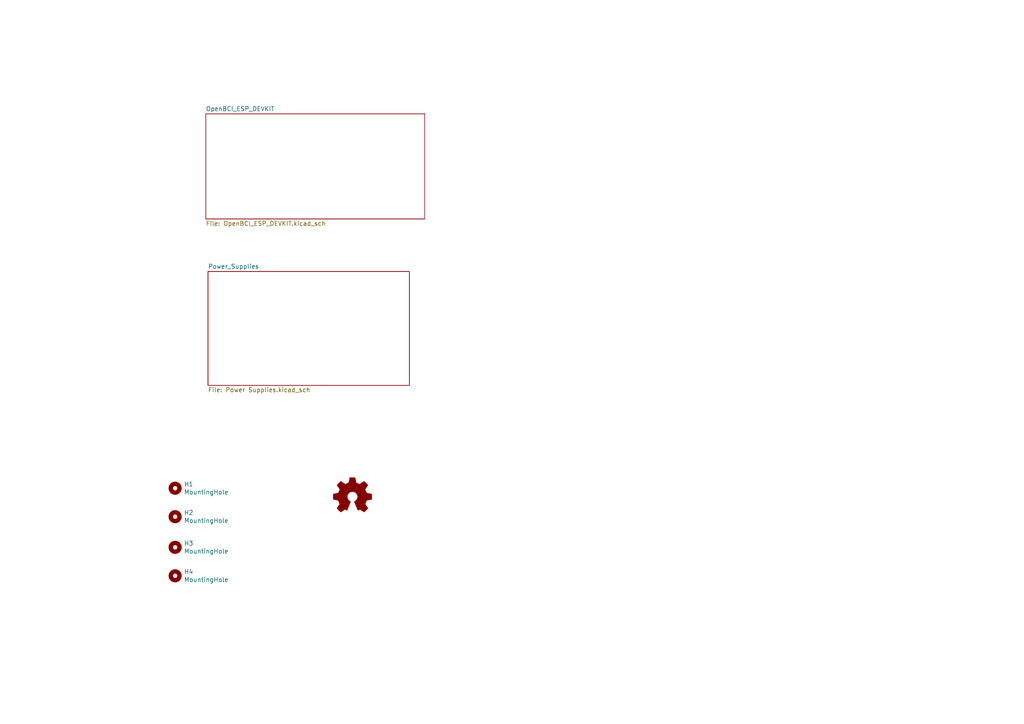
<source format=kicad_sch>
(kicad_sch (version 20211123) (generator eeschema)
  (paper "A4")
  (lib_symbols
    (symbol "Graphic:Logo_Open_Hardware_Small" (pin_names (offset 1.016))
      (symbol "Logo_Open_Hardware_Small_0_1"
        (polyline (pts (xy 3.3528 -4.3434) (xy 3.302 -4.318) (xy 3.175 -4.2418) (xy 2.9972 -4.1148) (xy 2.7686 -3.9624) (xy 2.54 -3.81) (xy 2.3622 -3.7084) (xy 2.2352 -3.6068) (xy 2.1844 -3.5814) (xy 2.159 -3.6068) (xy 2.0574 -3.6576) (xy 1.905 -3.7338) (xy 1.8034 -3.7846) (xy 1.6764 -3.8354) (xy 1.6002 -3.8354) (xy 1.6002 -3.8354) (xy 1.5494 -3.7338) (xy 1.4732 -3.5306) (xy 1.3462 -3.302) (xy 1.2446 -3.0226) (xy 1.1176 -2.7178) (xy 0.9652 -2.413) (xy 0.8636 -2.1082) (xy 0.7366 -1.8288) (xy 0.6604 -1.6256) (xy 0.6096 -1.4732) (xy 0.5842 -1.397) (xy 0.5842 -1.397) (xy 0.6604 -1.3208) (xy 0.7874 -1.2446) (xy 1.0414 -1.016) (xy 1.2954 -0.6858) (xy 1.4478 -0.3302) (xy 1.524 0.0762) (xy 1.4732 0.4572) (xy 1.3208 0.8128) (xy 1.0668 1.143) (xy 0.762 1.3716) (xy 0.4064 1.524) (xy 0 1.5748) (xy -0.381 1.5494) (xy -0.7366 1.397) (xy -1.0668 1.143) (xy -1.2192 0.9906) (xy -1.397 0.6604) (xy -1.524 0.3048) (xy -1.524 0.2286) (xy -1.4986 -0.1778) (xy -1.397 -0.5334) (xy -1.1938 -0.8636) (xy -0.9144 -1.143) (xy -0.8636 -1.1684) (xy -0.7366 -1.27) (xy -0.635 -1.3462) (xy -0.5842 -1.397) (xy -1.0668 -2.5908) (xy -1.143 -2.794) (xy -1.2954 -3.1242) (xy -1.397 -3.4036) (xy -1.4986 -3.6322) (xy -1.5748 -3.7846) (xy -1.6002 -3.8354) (xy -1.6002 -3.8354) (xy -1.651 -3.8354) (xy -1.7272 -3.81) (xy -1.905 -3.7338) (xy -2.0066 -3.683) (xy -2.1336 -3.6068) (xy -2.2098 -3.5814) (xy -2.2606 -3.6068) (xy -2.3622 -3.683) (xy -2.54 -3.81) (xy -2.7686 -3.9624) (xy -2.9718 -4.0894) (xy -3.1496 -4.2164) (xy -3.302 -4.318) (xy -3.3528 -4.3434) (xy -3.3782 -4.3434) (xy -3.429 -4.318) (xy -3.5306 -4.2164) (xy -3.7084 -4.064) (xy -3.937 -3.8354) (xy -3.9624 -3.81) (xy -4.1656 -3.6068) (xy -4.318 -3.4544) (xy -4.4196 -3.3274) (xy -4.445 -3.2766) (xy -4.445 -3.2766) (xy -4.4196 -3.2258) (xy -4.318 -3.0734) (xy -4.2164 -2.8956) (xy -4.064 -2.667) (xy -3.6576 -2.0828) (xy -3.8862 -1.5494) (xy -3.937 -1.3716) (xy -4.0386 -1.1684) (xy -4.0894 -1.0414) (xy -4.1148 -0.9652) (xy -4.191 -0.9398) (xy -4.318 -0.9144) (xy -4.5466 -0.8636) (xy -4.8006 -0.8128) (xy -5.0546 -0.7874) (xy -5.2578 -0.7366) (xy -5.4356 -0.7112) (xy -5.5118 -0.6858) (xy -5.5118 -0.6858) (xy -5.5372 -0.635) (xy -5.5372 -0.5588) (xy -5.5372 -0.4318) (xy -5.5626 -0.2286) (xy -5.5626 0.0762) (xy -5.5626 0.127) (xy -5.5372 0.4064) (xy -5.5372 0.635) (xy -5.5372 0.762) (xy -5.5372 0.8382) (xy -5.5372 0.8382) (xy -5.461 0.8382) (xy -5.3086 0.889) (xy -5.08 0.9144) (xy -4.826 0.9652) (xy -4.8006 0.9906) (xy -4.5466 1.0414) (xy -4.318 1.0668) (xy -4.1656 1.1176) (xy -4.0894 1.143) (xy -4.0894 1.143) (xy -4.0386 1.2446) (xy -3.9624 1.4224) (xy -3.8608 1.6256) (xy -3.7846 1.8288) (xy -3.7084 2.0066) (xy -3.6576 2.159) (xy -3.6322 2.2098) (xy -3.6322 2.2098) (xy -3.683 2.286) (xy -3.7592 2.413) (xy -3.8862 2.5908) (xy -4.064 2.8194) (xy -4.064 2.8448) (xy -4.2164 3.0734) (xy -4.3434 3.2512) (xy -4.4196 3.3782) (xy -4.445 3.4544) (xy -4.445 3.4544) (xy -4.3942 3.5052) (xy -4.2926 3.6322) (xy -4.1148 3.81) (xy -3.937 4.0132) (xy -3.8608 4.064) (xy -3.6576 4.2926) (xy -3.5052 4.4196) (xy -3.4036 4.4958) (xy -3.3528 4.5212) (xy -3.3528 4.5212) (xy -3.302 4.4704) (xy -3.1496 4.3688) (xy -2.9718 4.2418) (xy -2.7432 4.0894) (xy -2.7178 4.0894) (xy -2.4892 3.937) (xy -2.3114 3.81) (xy -2.1844 3.7084) (xy -2.1336 3.683) (xy -2.1082 3.683) (xy -2.032 3.7084) (xy -1.8542 3.7592) (xy -1.6764 3.8354) (xy -1.4732 3.937) (xy -1.27 4.0132) (xy -1.143 4.064) (xy -1.0668 4.1148) (xy -1.0668 4.1148) (xy -1.0414 4.191) (xy -1.016 4.3434) (xy -0.9652 4.572) (xy -0.9144 4.8514) (xy -0.889 4.9022) (xy -0.8382 5.1562) (xy -0.8128 5.3848) (xy -0.7874 5.5372) (xy -0.762 5.588) (xy -0.7112 5.6134) (xy -0.5842 5.6134) (xy -0.4064 5.6134) (xy -0.1524 5.6134) (xy 0.0762 5.6134) (xy 0.3302 5.6134) (xy 0.5334 5.6134) (xy 0.6858 5.588) (xy 0.7366 5.588) (xy 0.7366 5.588) (xy 0.762 5.5118) (xy 0.8128 5.334) (xy 0.8382 5.1054) (xy 0.9144 4.826) (xy 0.9144 4.7752) (xy 0.9652 4.5212) (xy 1.016 4.2926) (xy 1.0414 4.1402) (xy 1.0668 4.0894) (xy 1.0668 4.0894) (xy 1.1938 4.0386) (xy 1.3716 3.9624) (xy 1.5748 3.8608) (xy 2.0828 3.6576) (xy 2.7178 4.0894) (xy 2.7686 4.1402) (xy 2.9972 4.2926) (xy 3.175 4.4196) (xy 3.302 4.4958) (xy 3.3782 4.5212) (xy 3.3782 4.5212) (xy 3.429 4.4704) (xy 3.556 4.3434) (xy 3.7338 4.191) (xy 3.9116 3.9878) (xy 4.064 3.8354) (xy 4.2418 3.6576) (xy 4.3434 3.556) (xy 4.4196 3.4798) (xy 4.4196 3.429) (xy 4.4196 3.4036) (xy 4.3942 3.3274) (xy 4.2926 3.2004) (xy 4.1656 2.9972) (xy 4.0132 2.794) (xy 3.8862 2.5908) (xy 3.7592 2.3876) (xy 3.6576 2.2352) (xy 3.6322 2.159) (xy 3.6322 2.1336) (xy 3.683 2.0066) (xy 3.7592 1.8288) (xy 3.8608 1.6002) (xy 4.064 1.1176) (xy 4.3942 1.0414) (xy 4.5974 1.016) (xy 4.8768 0.9652) (xy 5.1308 0.9144) (xy 5.5372 0.8382) (xy 5.5626 -0.6604) (xy 5.4864 -0.6858) (xy 5.4356 -0.6858) (xy 5.2832 -0.7366) (xy 5.0546 -0.762) (xy 4.8006 -0.8128) (xy 4.5974 -0.8636) (xy 4.3688 -0.9144) (xy 4.2164 -0.9398) (xy 4.1402 -0.9398) (xy 4.1148 -0.9652) (xy 4.064 -1.0668) (xy 3.9878 -1.2446) (xy 3.9116 -1.4478) (xy 3.81 -1.651) (xy 3.7338 -1.8542) (xy 3.683 -2.0066) (xy 3.6576 -2.0828) (xy 3.683 -2.1336) (xy 3.7846 -2.2606) (xy 3.8862 -2.4638) (xy 4.0386 -2.667) (xy 4.191 -2.8956) (xy 4.318 -3.0734) (xy 4.3942 -3.2004) (xy 4.445 -3.2766) (xy 4.4196 -3.3274) (xy 4.3434 -3.429) (xy 4.1656 -3.5814) (xy 3.937 -3.8354) (xy 3.8862 -3.8608) (xy 3.683 -4.064) (xy 3.5306 -4.2164) (xy 3.4036 -4.318) (xy 3.3528 -4.3434)) (fill (type outline)))
      )
    )
    (symbol "Mechanical:MountingHole" (pin_names (offset 1.016))
      (property "Reference" "H" (at 0 5.08 0))
      (property "Value" "MountingHole" (at 0 3.175 0))
      (symbol "MountingHole_0_1"
        (circle (center 0 0) (radius 1.27) (stroke (width 1.27)))
      )
    )
  )
  (symbol (lib_id "Mechanical:MountingHole") (at 50.8 141.605 0) (unit 1)
    (property "Reference" "H1" (at 53.34 140.4366 0) (effects (justify left)))
    (property "Value" "MountingHole" (at 53.34 142.748 0) (effects (justify left)))
    (property "Footprint" "MountingHole:MountingHole_2.7mm_M2.5" (effects hide))
  )
  (symbol (lib_id "Mechanical:MountingHole") (at 50.8 149.86 0) (unit 1)
    (property "Reference" "H2" (at 53.34 148.6916 0) (effects (justify left)))
    (property "Value" "MountingHole" (at 53.34 151.003 0) (effects (justify left)))
    (property "Footprint" "MountingHole:MountingHole_2.7mm_M2.5" (effects hide))
  )
  (symbol (lib_id "Mechanical:MountingHole") (at 50.8 158.75 0) (unit 1)
    (property "Reference" "H3" (at 53.34 157.5816 0) (effects (justify left)))
    (property "Value" "MountingHole" (at 53.34 159.893 0) (effects (justify left)))
    (property "Footprint" "MountingHole:MountingHole_2.7mm_M2.5" (effects hide))
  )
  (symbol (lib_id "Mechanical:MountingHole") (at 50.8 167.005 0) (unit 1)
    (property "Reference" "H4" (at 53.34 165.8366 0) (effects (justify left)))
    (property "Value" "MountingHole" (at 53.34 168.148 0) (effects (justify left)))
    (property "Footprint" "MountingHole:MountingHole_2.7mm_M2.5" (effects hide))
  )
  (symbol (lib_id "Graphic:Logo_Open_Hardware_Small") (at 102.235 144.145 0) (unit 1)
    (property "Reference" "LOGO1" (effects hide))
    (property "Value" "Logo_Open_Hardware_Small" (effects hide))
    (property "Footprint" "Symbol:OSHW-Logo2_7.3x6mm_SilkScreen" (effects hide))
  )
  (sheet (at 60.325 78.74) (size 58.42 33.02)
    (property "Sheet name" "Power_Supplies" (at 60.325 78.0284 0) (effects (justify left bottom)))
    (property "Sheet file" "Power Supplies.kicad_sch" (at 60.325 112.3446 0) (effects (justify left top)))
  )
  (sheet (at 59.69 33.02) (size 63.5 30.48)
    (property "Sheet name" "OpenBCI_ESP_DEVKIT" (at 59.69 32.3084 0) (effects (justify left bottom)))
    (property "Sheet file" "OpenBCI_ESP_DEVKIT.kicad_sch" (at 59.69 64.0846 0) (effects (justify left top)))
  )
)
</source>
